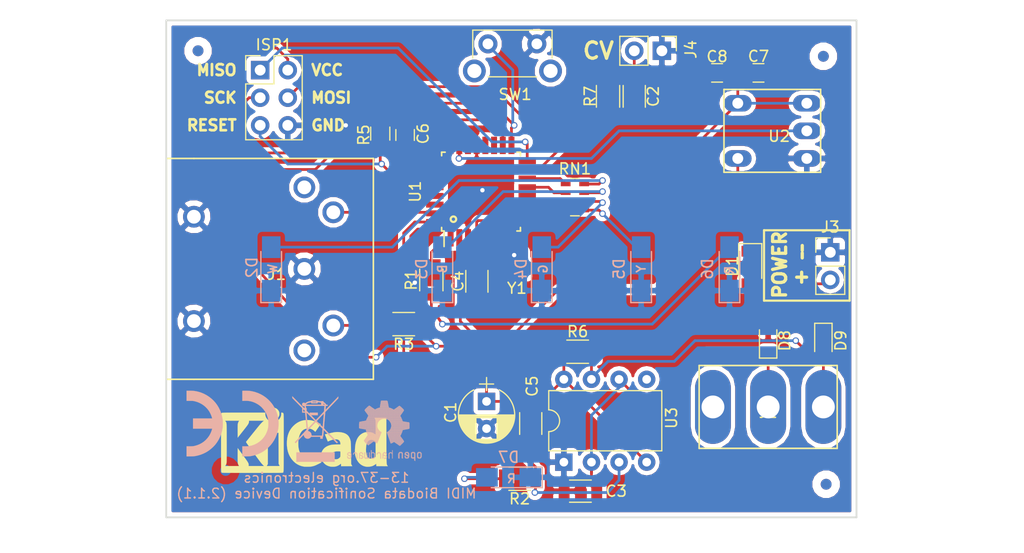
<source format=kicad_pcb>
(kicad_pcb (version 4) (host pcbnew 4.0.7-e2-6376~61~ubuntu18.04.1)
  (layers (0 F.Cu signal) (31 B.Cu signal) (34 B.Paste user) (35 F.Paste user) (36 B.SilkS user) (37 F.SilkS user hide) (38 B.Mask user hide) (39 F.Mask user hide) (44 Edge.Cuts user))
  (net 0 "")
  (net 1 VCC)
  (net 2 GND)
  (net 3 "Net-(C3-Pad2)")
  (net 4 "Net-(D2-Pad2)")
  (net 5 "Net-(D3-Pad2)")
  (net 6 "Net-(D4-Pad2)")
  (net 7 "Net-(D5-Pad2)")
  (net 8 "Net-(D6-Pad2)")
  (net 9 "Net-(D7-Pad2)")
  (net 10 555)
  (net 11 X1)
  (net 12 X2)
  (net 13 "Net-(U1-Pad23)")
  (net 14 "Net-(J1-Pad4)")
  (net 15 "Net-(J1-Pad5)")
  (net 16 MOSI)
  (net 17 SCK)
  (net 18 +5V)
  (net 19 MISO)
  (net 20 RESET)
  (net 21 "Net-(C2-Pad1)")
  (net 22 "Net-(D1-Pad2)")
  (net 23 LED_BLUE)
  (net 24 LED_YELLOW)
  (net 25 LED_WHITE)
  (net 26 LED_GREEN)
  (net 27 "Net-(D9-Pad2)")
  (net 28 "Net-(R1-Pad2)")
  (net 29 "Net-(J1-Pad1)")
  (net 30 "Net-(J1-Pad3)")
  (net 31 "Net-(U1-Pad2)")
  (net 32 "Net-(U1-Pad11)")
  (net 33 "Net-(U1-Pad12)")
  (net 34 "Net-(U1-Pad19)")
  (net 35 "Net-(U1-Pad20)")
  (net 36 "Net-(U1-Pad22)")
  (net 37 "Net-(U1-Pad24)")
  (net 38 "Net-(U1-Pad25)")
  (net 39 "Net-(U1-Pad26)")
  (net 40 "Net-(U1-Pad27)")
  (net 41 "Net-(U1-Pad28)")
  (net 42 "Net-(U1-Pad30)")
  (net 43 "Net-(U3-Pad5)")
  (module Housings_DIP:DIP-8_W7.62mm (layer F.Cu) (at 36.576 -5.207 90)
    (fp_text reference U3 (at 4.064 9.906 90) (layer F.SilkS))
    (fp_text value LMC555xM)
    (pad 1 thru_hole rect (at 0 0 90) (size 1.6 1.6) (drill 0.8) (layers *.Cu *.Mask) (net 2 GND))
    (pad 5 thru_hole oval (at 7.62 7.62 90) (size 1.6 1.6) (drill 0.8) (layers *.Cu *.Mask) (net 43 "Net-(U3-Pad5)"))
    (pad 2 thru_hole oval (at 0 2.54 90) (size 1.6 1.6) (drill 0.8) (layers *.Cu *.Mask) (net 3 "Net-(C3-Pad2)"))
    (pad 6 thru_hole oval (at 7.62 5.08 90) (size 1.6 1.6) (drill 0.8) (layers *.Cu *.Mask) (net 3 "Net-(C3-Pad2)"))
    (pad 3 thru_hole oval (at 0 5.08 90) (size 1.6 1.6) (drill 0.8) (layers *.Cu *.Mask) (net 10 555))
    (pad 7 thru_hole oval (at 7.62 2.54 90) (size 1.6 1.6) (drill 0.8) (layers *.Cu *.Mask) (net 27 "Net-(D9-Pad2)"))
    (pad 4 thru_hole oval (at 0 7.62 90) (size 1.6 1.6) (drill 0.8) (layers *.Cu *.Mask) (net 1 VCC))
    (pad 8 thru_hole oval (at 7.62 0 90) (size 1.6 1.6) (drill 0.8) (layers *.Cu *.Mask) (net 1 VCC))
  )
  (module Diodes_SMD:D_1206 (layer F.Cu) (at 53.721 -23.114 270)
    (fp_text reference D1 (at -0.127 1.651 270) (layer F.SilkS))
    (fp_text value D)
    (pad 1 smd rect (at -1.5 0 270) (size 1 1.6) (layers F.Cu F.Paste F.Mask) (net 18 +5V))
    (pad 2 smd rect (at 1.5 0 270) (size 1 1.6) (layers F.Cu F.Paste F.Mask) (net 22 "Net-(D1-Pad2)"))
  )
  (module LEDs:LED_1206_HandSoldering (layer B.Cu) (at 43.688 -22.987 90)
    (fp_text reference D5 (at 0 -2.032 90) (layer B.SilkS) (effects (justify mirror)))
    (fp_text value LED_YELLOW)
    (pad 1 smd rect (at -2 0 90) (size 2 1.7) (layers B.Cu B.Paste B.Mask) (net 2 GND))
    (pad 2 smd rect (at 2 0 90) (size 2 1.7) (layers B.Cu B.Paste B.Mask) (net 7 "Net-(D5-Pad2)"))
  )
  (module LEDs:LED_1206_HandSoldering (layer B.Cu) (at 25.4 -22.987 90)
    (fp_text reference D3 (at 0 -1.905 90) (layer B.SilkS) (effects (justify mirror)))
    (fp_text value LED_BLUE)
    (pad 1 smd rect (at -2 0 90) (size 2 1.7) (layers B.Cu B.Paste B.Mask) (net 2 GND))
    (pad 2 smd rect (at 2 0 90) (size 2 1.7) (layers B.Cu B.Paste B.Mask) (net 5 "Net-(D3-Pad2)"))
  )
  (module LEDs:LED_1206_HandSoldering (layer B.Cu) (at 9.652 -22.987 90)
    (fp_text reference D2 (at 0.127 -1.778 90) (layer B.SilkS) (effects (justify mirror)))
    (fp_text value LED_WHITE)
    (pad 1 smd rect (at -2 0 90) (size 2 1.7) (layers B.Cu B.Paste B.Mask) (net 2 GND))
    (pad 2 smd rect (at 2 0 90) (size 2 1.7) (layers B.Cu B.Paste B.Mask) (net 4 "Net-(D2-Pad2)"))
  )
  (module LEDs:LED_1206_HandSoldering (layer B.Cu) (at 51.816 -22.987 90)
    (fp_text reference D6 (at 0 -2.032 90) (layer B.SilkS) (effects (justify mirror)))
    (fp_text value LED_RED)
    (pad 1 smd rect (at -2 0 90) (size 2 1.7) (layers B.Cu B.Paste B.Mask) (net 2 GND))
    (pad 2 smd rect (at 2 0 90) (size 2 1.7) (layers B.Cu B.Paste B.Mask) (net 8 "Net-(D6-Pad2)"))
  )
  (module LEDs:LED_1206_HandSoldering (layer B.Cu) (at 34.544 -22.987 90)
    (fp_text reference D4 (at 0 -1.905 90) (layer B.SilkS) (effects (justify mirror)))
    (fp_text value LED_GREEN)
    (pad 1 smd rect (at -2 0 90) (size 2 1.7) (layers B.Cu B.Paste B.Mask) (net 2 GND))
    (pad 2 smd rect (at 2 0 90) (size 2 1.7) (layers B.Cu B.Paste B.Mask) (net 6 "Net-(D4-Pad2)"))
  )
  (module LEDs:LED_1206_HandSoldering (layer B.Cu) (at 31.496 -3.81 180)
    (fp_text reference D7 (at 0 1.85 180) (layer B.SilkS) (effects (justify mirror)))
    (fp_text value LED_RED)
    (pad 1 smd rect (at -2 0 180) (size 2 1.7) (layers B.Cu B.Paste B.Mask) (net 2 GND))
    (pad 2 smd rect (at 2 0 180) (size 2 1.7) (layers B.Cu B.Paste B.Mask) (net 9 "Net-(D7-Pad2)"))
  )
  (module Housings_QFP:TQFP-32_7x7mm_Pitch0.8mm (layer F.Cu) (at 28.956 -30.099 90)
    (fp_text reference U1 (at 0 -6.05 90) (layer F.SilkS))
    (fp_text value ATMEGA328P-AU)
    (pad 1 smd rect (at -4.25 -2.8 90) (size 1.6 0.55) (layers F.Cu F.Paste F.Mask) (net 28 "Net-(R1-Pad2)"))
    (pad 2 smd rect (at -4.25 -2 90) (size 1.6 0.55) (layers F.Cu F.Paste F.Mask) (net 31 "Net-(U1-Pad2)"))
    (pad 3 smd rect (at -4.25 -1.2 90) (size 1.6 0.55) (layers F.Cu F.Paste F.Mask) (net 2 GND))
    (pad 4 smd rect (at -4.25 -0.4 90) (size 1.6 0.55) (layers F.Cu F.Paste F.Mask) (net 1 VCC))
    (pad 5 smd rect (at -4.25 0.4 90) (size 1.6 0.55) (layers F.Cu F.Paste F.Mask) (net 2 GND))
    (pad 6 smd rect (at -4.25 1.2 90) (size 1.6 0.55) (layers F.Cu F.Paste F.Mask) (net 1 VCC))
    (pad 7 smd rect (at -4.25 2 90) (size 1.6 0.55) (layers F.Cu F.Paste F.Mask) (net 11 X1))
    (pad 8 smd rect (at -4.25 2.8 90) (size 1.6 0.55) (layers F.Cu F.Paste F.Mask) (net 12 X2))
    (pad 9 smd rect (at -2.8 4.25 180) (size 1.6 0.55) (layers F.Cu F.Paste F.Mask) (net 24 LED_YELLOW))
    (pad 10 smd rect (at -2 4.25 180) (size 1.6 0.55) (layers F.Cu F.Paste F.Mask) (net 26 LED_GREEN))
    (pad 11 smd rect (at -1.2 4.25 180) (size 1.6 0.55) (layers F.Cu F.Paste F.Mask) (net 32 "Net-(U1-Pad11)"))
    (pad 12 smd rect (at -0.4 4.25 180) (size 1.6 0.55) (layers F.Cu F.Paste F.Mask) (net 33 "Net-(U1-Pad12)"))
    (pad 13 smd rect (at 0.4 4.25 180) (size 1.6 0.55) (layers F.Cu F.Paste F.Mask) (net 23 LED_BLUE))
    (pad 14 smd rect (at 1.2 4.25 180) (size 1.6 0.55) (layers F.Cu F.Paste F.Mask) (net 25 LED_WHITE))
    (pad 15 smd rect (at 2 4.25 180) (size 1.6 0.55) (layers F.Cu F.Paste F.Mask) (net 16 MOSI))
    (pad 16 smd rect (at 2.8 4.25 180) (size 1.6 0.55) (layers F.Cu F.Paste F.Mask) (net 19 MISO))
    (pad 17 smd rect (at 4.25 2.8 90) (size 1.6 0.55) (layers F.Cu F.Paste F.Mask) (net 17 SCK))
    (pad 18 smd rect (at 4.25 2 90) (size 1.6 0.55) (layers F.Cu F.Paste F.Mask) (net 1 VCC))
    (pad 19 smd rect (at 4.25 1.2 90) (size 1.6 0.55) (layers F.Cu F.Paste F.Mask) (net 34 "Net-(U1-Pad19)"))
    (pad 20 smd rect (at 4.25 0.4 90) (size 1.6 0.55) (layers F.Cu F.Paste F.Mask) (net 35 "Net-(U1-Pad20)"))
    (pad 21 smd rect (at 4.25 -0.4 90) (size 1.6 0.55) (layers F.Cu F.Paste F.Mask) (net 2 GND))
    (pad 22 smd rect (at 4.25 -1.2 90) (size 1.6 0.55) (layers F.Cu F.Paste F.Mask) (net 36 "Net-(U1-Pad22)"))
    (pad 23 smd rect (at 4.25 -2 90) (size 1.6 0.55) (layers F.Cu F.Paste F.Mask) (net 13 "Net-(U1-Pad23)"))
    (pad 24 smd rect (at 4.25 -2.8 90) (size 1.6 0.55) (layers F.Cu F.Paste F.Mask) (net 37 "Net-(U1-Pad24)"))
    (pad 25 smd rect (at 2.8 -4.25 180) (size 1.6 0.55) (layers F.Cu F.Paste F.Mask) (net 38 "Net-(U1-Pad25)"))
    (pad 26 smd rect (at 2 -4.25 180) (size 1.6 0.55) (layers F.Cu F.Paste F.Mask) (net 39 "Net-(U1-Pad26)"))
    (pad 27 smd rect (at 1.2 -4.25 180) (size 1.6 0.55) (layers F.Cu F.Paste F.Mask) (net 40 "Net-(U1-Pad27)"))
    (pad 28 smd rect (at 0.4 -4.25 180) (size 1.6 0.55) (layers F.Cu F.Paste F.Mask) (net 41 "Net-(U1-Pad28)"))
    (pad 29 smd rect (at -0.4 -4.25 180) (size 1.6 0.55) (layers F.Cu F.Paste F.Mask) (net 20 RESET))
    (pad 30 smd rect (at -1.2 -4.25 180) (size 1.6 0.55) (layers F.Cu F.Paste F.Mask) (net 42 "Net-(U1-Pad30)"))
    (pad 31 smd rect (at -2 -4.25 180) (size 1.6 0.55) (layers F.Cu F.Paste F.Mask) (net 15 "Net-(J1-Pad5)"))
    (pad 32 smd rect (at -2.8 -4.25 180) (size 1.6 0.55) (layers F.Cu F.Paste F.Mask) (net 10 555))
  )
  (module Capacitors_ThroughHole:CP_Radial_D5.0mm_P2.50mm (layer F.Cu) (at 29.464 -10.795 270)
    (fp_text reference C5 (at -1.397 -4.191 270) (layer F.SilkS))
    (fp_text value 1µF)
    (pad 1 thru_hole rect (at 0 0 270) (size 1.6 1.6) (drill 0.8) (layers *.Cu *.Mask) (net 1 VCC))
    (pad 2 thru_hole circle (at 2.5 0 270) (size 1.6 1.6) (drill 0.8) (layers *.Cu *.Mask) (net 2 GND))
  )
  (module Pin_Headers:Pin_Header_Straight_2x03_Pitch2.54mm (layer F.Cu) (at 8.636 -41.275)
    (fp_text reference ISP1 (at 1.27 -2.33) (layer F.SilkS))
    (fp_text value AVR-ISP-6)
    (pad 1 thru_hole rect (at 0 0) (size 1.7 1.7) (drill 1) (layers *.Cu *.Mask) (net 19 MISO))
    (pad 2 thru_hole oval (at 2.54 0) (size 1.7 1.7) (drill 1) (layers *.Cu *.Mask) (net 1 VCC))
    (pad 3 thru_hole oval (at 0 2.54) (size 1.7 1.7) (drill 1) (layers *.Cu *.Mask) (net 17 SCK))
    (pad 4 thru_hole oval (at 2.54 2.54) (size 1.7 1.7) (drill 1) (layers *.Cu *.Mask) (net 16 MOSI))
    (pad 5 thru_hole oval (at 0 5.08) (size 1.7 1.7) (drill 1) (layers *.Cu *.Mask) (net 20 RESET))
    (pad 6 thru_hole oval (at 2.54 5.08) (size 1.7 1.7) (drill 1) (layers *.Cu *.Mask) (net 2 GND))
  )
  (module Buttons_Switches_ThroughHole:SW_Tactile_SPST_Angled (layer F.Cu) (at 29.591 -43.688)
    (fp_text reference SW1 (at 2.5 4.65) (layer F.SilkS))
    (fp_text value SW_Push)
    (pad "" thru_hole circle (at 5.76 2.49) (size 2.1 2.1) (drill 1.3) (layers *.Cu *.Mask))
    (pad 2 thru_hole circle (at 4.5 0) (size 1.75 1.75) (drill 0.99) (layers *.Cu *.Mask) (net 2 GND))
    (pad 1 thru_hole circle (at 0 0) (size 1.75 1.75) (drill 0.99) (layers *.Cu *.Mask) (net 17 SCK))
    (pad "" thru_hole circle (at -1.25 2.49) (size 2.1 2.1) (drill 1.3) (layers *.Cu *.Mask))
  )
  (module Resistors_SMD:R_Array_Concave_4x0603 (layer F.Cu) (at 37.592 -29.591)
    (fp_text reference RN1 (at 0 -2.6) (layer F.SilkS))
    (fp_text value R_Pack04)
    (pad 2 smd rect (at -0.85 -0.4) (size 0.9 0.4) (layers F.Cu F.Paste F.Mask) (net 23 LED_BLUE))
    (pad 3 smd rect (at -0.85 0.4) (size 0.9 0.4) (layers F.Cu F.Paste F.Mask) (net 26 LED_GREEN))
    (pad 1 smd rect (at -0.85 -1.2) (size 0.9 0.4) (layers F.Cu F.Paste F.Mask) (net 25 LED_WHITE))
    (pad 4 smd rect (at -0.85 1.2) (size 0.9 0.4) (layers F.Cu F.Paste F.Mask) (net 24 LED_YELLOW))
    (pad 8 smd rect (at 0.85 -1.2) (size 0.9 0.4) (layers F.Cu F.Paste F.Mask) (net 4 "Net-(D2-Pad2)"))
    (pad 7 smd rect (at 0.85 -0.4) (size 0.9 0.4) (layers F.Cu F.Paste F.Mask) (net 5 "Net-(D3-Pad2)"))
    (pad 6 smd rect (at 0.85 0.4) (size 0.9 0.4) (layers F.Cu F.Paste F.Mask) (net 6 "Net-(D4-Pad2)"))
    (pad 5 smd rect (at 0.85 1.2) (size 0.9 0.4) (layers F.Cu F.Paste F.Mask) (net 7 "Net-(D5-Pad2)"))
  )
  (module pot_switch:murata-cstce (layer F.Cu) (at 32.004 -22.987)
    (fp_text reference Y1 (at 0.254 1.778) (layer F.SilkS))
    (fp_text value Crystal_GND2)
    (pad 1 smd rect (at -0.95 0) (size 0.6 1.5) (layers F.Cu F.Paste F.Mask) (net 11 X1))
    (pad 3 smd rect (at 0.95 0) (size 0.6 1.5) (layers F.Cu F.Paste F.Mask) (net 12 X2))
    (pad 2 smd rect (at 0 0) (size 0.6 1.5) (layers F.Cu F.Paste F.Mask) (net 2 GND))
  )
  (module OPENHARDWARE:OSHWLOGO0.3IN (layer B.Cu) (at 23.876 -11.811 180)
    (fp_text reference G*** hide)
    (fp_text value LOGO hide)
  )
  (module Symbol:WEEE-Logo_4.2x6mm_SilkScreen (layer B.Cu) (at 13.716 -8.255 180)
    (fp_text reference REF** hide)
    (fp_text value WEEE-Logo_4.2x6mm_SilkScreen hide)
  )
  (module Symbol:CE-Logo_8.5x6mm_SilkScreen (layer B.Cu) (at 6.096 -8.763 180)
    (fp_text reference REF** hide)
    (fp_text value CE-Logo_8.5x6mm_SilkScreen hide)
  )
  (module Symbol:KiCad-Logo_6mm_SilkScreen (layer F.Cu) (at 12.7 -7.239)
    (fp_text reference REF** hide)
    (fp_text value KiCad-Logo_6mm_SilkScreen hide)
  )
  (module mono-jack:mono-jack (layer F.Cu) (at 55.372 -10.287)
    (fp_text reference J2 (at 0 0.5) (layer F.SilkS))
    (fp_text value Audio-Jack-2)
    (pad 1 thru_hole oval (at 5.08 0) (size 3.3 6.8) (drill 2.1) (layers *.Cu *.Mask) (net 27 "Net-(D9-Pad2)"))
    (pad 3 thru_hole oval (at -5.08 0) (size 3.3 6.8) (drill 2.1) (layers *.Cu *.Mask))
    (pad 2 thru_hole oval (at 0 0) (size 3.3 6.8) (drill 2.1) (layers *.Cu *.Mask) (net 3 "Net-(C3-Pad2)"))
  )
  (module Pin_Headers:Pin_Header_Straight_1x02_Pitch2.54mm (layer F.Cu) (at 61.087 -24.511)
    (fp_text reference J3 (at 0 -2.33) (layer F.SilkS))
    (fp_text value Conn_01x02)
    (pad 1 thru_hole rect (at 0 0) (size 1.7 1.7) (drill 1) (layers *.Cu *.Mask) (net 2 GND))
    (pad 2 thru_hole oval (at 0 2.54) (size 1.7 1.7) (drill 1) (layers *.Cu *.Mask) (net 22 "Net-(D1-Pad2)"))
  )
  (module Pin_Headers:Pin_Header_Straight_1x02_Pitch2.54mm (layer F.Cu) (at 45.593 -43.053 270)
    (fp_text reference J4 (at -0.127 -2.667 270) (layer F.SilkS))
    (fp_text value Conn_01x02)
    (pad 1 thru_hole rect (at 0 0 270) (size 1.7 1.7) (drill 1) (layers *.Cu *.Mask) (net 2 GND))
    (pad 2 thru_hole oval (at 0 2.54 270) (size 1.7 1.7) (drill 1) (layers *.Cu *.Mask) (net 21 "Net-(C2-Pad1)"))
  )
  (module pot_switch:POT_SWITCH (layer F.Cu) (at 56.388 -35.687)
    (fp_text reference U2 (at 0 0.5) (layer F.SilkS))
    (fp_text value POT_SWITCH)
    (pad 4 thru_hole oval (at -3.81 -2.54) (size 2.54 1.524) (drill 1) (layers *.Cu *.Mask) (net 1 VCC))
    (pad 5 thru_hole oval (at -3.81 2.54) (size 2.54 1.524) (drill 1) (layers *.Cu *.Mask) (net 18 +5V))
    (pad 1 thru_hole oval (at 2.54 -2.54) (size 2.54 1.524) (drill 1) (layers *.Cu *.Mask) (net 1 VCC))
    (pad 2 thru_hole oval (at 2.54 0) (size 2.54 1.524) (drill 1) (layers *.Cu *.Mask) (net 13 "Net-(U1-Pad23)"))
    (pad 3 thru_hole oval (at 2.54 2.54) (size 2.54 1.524) (drill 1) (layers *.Cu *.Mask) (net 2 GND))
  )
  (module Capacitors_SMD:C_1206 (layer F.Cu) (at 33.528 -8.763 90)
    (fp_text reference C1 (at 1.016 -7.366 90) (layer F.SilkS))
    (fp_text value 100nF)
    (pad 1 smd rect (at -1.5 0 90) (size 1 1.6) (layers F.Cu F.Paste F.Mask) (net 2 GND))
    (pad 2 smd rect (at 1.5 0 90) (size 1 1.6) (layers F.Cu F.Paste F.Mask) (net 1 VCC))
  )
  (module Capacitors_SMD:C_1206 (layer F.Cu) (at 43.053 -38.862 270)
    (fp_text reference C2 (at 0 -1.75 270) (layer F.SilkS))
    (fp_text value 100nF)
    (pad 1 smd rect (at -1.5 0 270) (size 1 1.6) (layers F.Cu F.Paste F.Mask) (net 21 "Net-(C2-Pad1)"))
    (pad 2 smd rect (at 1.5 0 270) (size 1 1.6) (layers F.Cu F.Paste F.Mask) (net 2 GND))
  )
  (module Capacitors_SMD:C_1206 (layer F.Cu) (at 38.1 -2.54)
    (fp_text reference C3 (at 3.302 0) (layer F.SilkS))
    (fp_text value 4,7nF)
    (pad 1 smd rect (at -1.5 0) (size 1 1.6) (layers F.Cu F.Paste F.Mask) (net 2 GND))
    (pad 2 smd rect (at 1.5 0) (size 1 1.6) (layers F.Cu F.Paste F.Mask) (net 3 "Net-(C3-Pad2)"))
  )
  (module Capacitors_SMD:C_1206 (layer F.Cu) (at 28.575 -21.844 90)
    (fp_text reference C4 (at 0 -1.75 90) (layer F.SilkS))
    (fp_text value 100nF)
    (pad 1 smd rect (at -1.5 0 90) (size 1 1.6) (layers F.Cu F.Paste F.Mask) (net 2 GND))
    (pad 2 smd rect (at 1.5 0 90) (size 1 1.6) (layers F.Cu F.Paste F.Mask) (net 1 VCC))
  )
  (module Resistors_SMD:R_1206 (layer F.Cu) (at 24.384 -21.971 90)
    (fp_text reference R1 (at 0 -1.85 90) (layer F.SilkS))
    (fp_text value 220R)
    (pad 1 smd rect (at -1.45 0 90) (size 0.9 1.7) (layers F.Cu F.Paste F.Mask) (net 8 "Net-(D6-Pad2)"))
    (pad 2 smd rect (at 1.45 0 90) (size 0.9 1.7) (layers F.Cu F.Paste F.Mask) (net 28 "Net-(R1-Pad2)"))
  )
  (module Resistors_SMD:R_1206 (layer F.Cu) (at 32.512 -3.683 180)
    (fp_text reference R2 (at 0 -1.85 180) (layer F.SilkS))
    (fp_text value 220R)
    (pad 1 smd rect (at -1.45 0 180) (size 0.9 1.7) (layers F.Cu F.Paste F.Mask) (net 10 555))
    (pad 2 smd rect (at 1.45 0 180) (size 0.9 1.7) (layers F.Cu F.Paste F.Mask) (net 9 "Net-(D7-Pad2)"))
  )
  (module Resistors_SMD:R_1206 (layer F.Cu) (at 21.844 -17.907 180)
    (fp_text reference R3 (at 0 -1.85 180) (layer F.SilkS))
    (fp_text value 220R)
    (pad 1 smd rect (at -1.45 0 180) (size 0.9 1.7) (layers F.Cu F.Paste F.Mask) (net 1 VCC))
    (pad 2 smd rect (at 1.45 0 180) (size 0.9 1.7) (layers F.Cu F.Paste F.Mask) (net 14 "Net-(J1-Pad4)"))
  )
  (module Resistors_SMD:R_1206 (layer F.Cu) (at 37.846 -15.367)
    (fp_text reference R6 (at 0 -1.85) (layer F.SilkS))
    (fp_text value 100K)
    (pad 1 smd rect (at -1.45 0) (size 0.9 1.7) (layers F.Cu F.Paste F.Mask) (net 1 VCC))
    (pad 2 smd rect (at 1.45 0) (size 0.9 1.7) (layers F.Cu F.Paste F.Mask) (net 27 "Net-(D9-Pad2)"))
  )
  (module Resistors_SMD:R_1206 (layer F.Cu) (at 40.64 -38.862 270)
    (fp_text reference R7 (at 0 1.651 270) (layer F.SilkS))
    (fp_text value 3,9K)
    (pad 1 smd rect (at -1.45 0 270) (size 0.9 1.7) (layers F.Cu F.Paste F.Mask) (net 21 "Net-(C2-Pad1)"))
    (pad 2 smd rect (at 1.45 0 270) (size 0.9 1.7) (layers F.Cu F.Paste F.Mask) (net 16 MOSI))
  )
  (module Diodes_SMD:D_0805 (layer F.Cu) (at 55.372 -16.383 90)
    (fp_text reference D8 (at 0 1.524 90) (layer F.SilkS))
    (fp_text value D_TVS)
    (pad 1 smd rect (at -1.05 0 90) (size 0.8 0.9) (layers F.Cu F.Paste F.Mask) (net 3 "Net-(C3-Pad2)"))
    (pad 2 smd rect (at 1.05 0 90) (size 0.8 0.9) (layers F.Cu F.Paste F.Mask) (net 2 GND))
  )
  (module Diodes_SMD:D_0805 (layer F.Cu) (at 60.452 -16.383 270)
    (fp_text reference D9 (at 0 -1.6 270) (layer F.SilkS))
    (fp_text value D_TVS)
    (pad 1 smd rect (at -1.05 0 270) (size 0.8 0.9) (layers F.Cu F.Paste F.Mask) (net 2 GND))
    (pad 2 smd rect (at 1.05 0 270) (size 0.8 0.9) (layers F.Cu F.Paste F.Mask) (net 27 "Net-(D9-Pad2)"))
  )
  (module Resistors_SMD:R_0805 (layer F.Cu) (at 19.685 -35.433 270)
    (fp_text reference R5 (at 0.127 1.524 270) (layer F.SilkS))
    (fp_text value 10K)
    (pad 1 smd rect (at -0.95 0 270) (size 0.7 1.3) (layers F.Cu F.Paste F.Mask) (net 1 VCC))
    (pad 2 smd rect (at 0.95 0 270) (size 0.7 1.3) (layers F.Cu F.Paste F.Mask) (net 20 RESET))
  )
  (module Capacitors_SMD:C_0805 (layer F.Cu) (at 54.483 -41.021 180)
    (fp_text reference C7 (at 0 1.524 180) (layer F.SilkS))
    (fp_text value 100nF)
    (pad 1 smd rect (at -1 0 180) (size 1 1.25) (layers F.Cu F.Paste F.Mask) (net 2 GND))
    (pad 2 smd rect (at 1 0 180) (size 1 1.25) (layers F.Cu F.Paste F.Mask) (net 1 VCC))
  )
  (module Capacitors_SMD:C_0805 (layer F.Cu) (at 50.673 -41.021)
    (fp_text reference C8 (at 0 -1.5) (layer F.SilkS))
    (fp_text value 1uF)
    (pad 1 smd rect (at -1 0) (size 1 1.25) (layers F.Cu F.Paste F.Mask) (net 2 GND))
    (pad 2 smd rect (at 1 0) (size 1 1.25) (layers F.Cu F.Paste F.Mask) (net 1 VCC))
  )
  (module Capacitors_SMD:C_0805 (layer F.Cu) (at 21.971 -35.306 90)
    (fp_text reference C6 (at 0.127 1.651 90) (layer F.SilkS))
    (fp_text value 100nF)
    (pad 1 smd rect (at -1 0 90) (size 1 1.25) (layers F.Cu F.Paste F.Mask) (net 2 GND))
    (pad 2 smd rect (at 1 0 90) (size 1 1.25) (layers F.Cu F.Paste F.Mask) (net 1 VCC))
  )
  (module midi-jack:DIN-5-MIDI-JACK (layer F.Cu) (at 10.16 -22.987)
    (fp_text reference J1 (at 0 0.5) (layer F.SilkS))
    (fp_text value DIN-5_180degree)
    (pad 2 thru_hole circle (at -7.62 -4.8) (size 2 2) (drill 1.27) (layers *.Cu *.Mask) (net 2 GND))
    (pad 5 thru_hole circle (at 5.207 -5.207) (size 2 2) (drill 1.27) (layers *.Cu *.Mask) (net 15 "Net-(J1-Pad5)"))
    (pad 4 thru_hole circle (at 5.207 5.207) (size 2 2) (drill 1.27) (layers *.Cu *.Mask) (net 14 "Net-(J1-Pad4)"))
    (pad 1 thru_hole circle (at 2.54 7.5) (size 2 2) (drill 1.27) (layers *.Cu *.Mask) (net 29 "Net-(J1-Pad1)"))
    (pad 2 thru_hole circle (at 2.54 0) (size 2 2) (drill 1.27) (layers *.Cu *.Mask) (net 2 GND))
    (pad 3 thru_hole circle (at 2.54 -7.5) (size 2 2) (drill 1.27) (layers *.Cu *.Mask) (net 30 "Net-(J1-Pad3)"))
    (pad 2 thru_hole circle (at -7.62 4.8) (size 2 2) (drill 1.27) (layers *.Cu *.Mask) (net 2 GND))
  )
  (module Fiducials:Fiducial_1mm_Dia_2.54mm_Outer_CopperBottom (layer F.Cu) (at 5.461 -4.445)
    (fp_text reference "" (at -12.7 2.032) (layer F.SilkS))
    (fp_text value Fiducial_1mm_Dia_2.54mm_Outer_CopperBottom)
    (pad ~ smd circle (at 0 0) (size 1 1) (layers B.Cu B.Mask) (clearance 0.77))
  )
  (module Fiducials:Fiducial_1mm_Dia_2.54mm_Outer_CopperBottom (layer F.Cu) (at 2.921 -43.053)
    (fp_text reference "" (at 2.54 -3.937) (layer F.SilkS))
    (fp_text value Fiducial_1mm_Dia_2.54mm_Outer_CopperBottom)
    (pad ~ smd circle (at 0 0) (size 1 1) (layers B.Cu B.Mask) (clearance 0.77))
  )
  (module Fiducials:Fiducial_1mm_Dia_2.54mm_Outer_CopperBottom (layer F.Cu) (at 60.452 -42.545)
    (fp_text reference "" (at 5.08 0.508) (layer F.SilkS))
    (fp_text value Fiducial_1mm_Dia_2.54mm_Outer_CopperBottom)
    (pad ~ smd circle (at 0 0) (size 1 1) (layers B.Cu B.Mask) (clearance 0.77))
  )
  (module Fiducials:Fiducial_1mm_Dia_2.54mm_Outer_CopperBottom (layer F.Cu) (at 60.706 -3.175)
    (fp_text reference "" (at 9.144 1.778) (layer F.SilkS))
    (fp_text value Fiducial_1mm_Dia_2.54mm_Outer_CopperBottom)
    (pad ~ smd circle (at 0 0) (size 1 1) (layers B.Cu B.Mask) (clearance 0.77))
  )
  (module Fiducials:Fiducial_1mm_Dia_2.54mm_Outer_CopperTop (layer F.Cu) (at 2.921 -43.053)
    (fp_text reference "" (at -0.762 -3.937) (layer F.SilkS))
    (fp_text value Fiducial_1mm_Dia_2.54mm_Outer_CopperTop)
    (pad ~ smd circle (at 0 0) (size 1 1) (layers F.Cu F.Mask) (clearance 0.77))
  )
  (module Fiducials:Fiducial_1mm_Dia_2.54mm_Outer_CopperTop (layer F.Cu) (at 2.921 -2.667)
    (fp_text reference "" (at -10.922 4.953) (layer F.SilkS))
    (fp_text value Fiducial_1mm_Dia_2.54mm_Outer_CopperTop)
    (pad ~ smd circle (at 0 0) (size 1 1) (layers F.Cu F.Mask) (clearance 0.77))
  )
  (module Fiducials:Fiducial_1mm_Dia_2.54mm_Outer_CopperTop (layer F.Cu) (at 60.706 -3.175)
    (fp_text reference "" (at 8.763 0.254) (layer F.SilkS))
    (fp_text value Fiducial_1mm_Dia_2.54mm_Outer_CopperTop)
    (pad ~ smd circle (at 0 0) (size 1 1) (layers F.Cu F.Mask) (clearance 0.77))
  )
  (module Fiducials:Fiducial_1mm_Dia_2.54mm_Outer_CopperTop (layer F.Cu) (at 60.452 -42.545)
    (fp_text reference "" (at 5.461 1.651) (layer F.SilkS))
    (fp_text value Fiducial_1mm_Dia_2.54mm_Outer_CopperTop)
    (pad ~ smd circle (at 0 0) (size 1 1) (layers F.Cu F.Mask) (clearance 0.77))
  )
  (gr_text "POWER\n+ ––" (at 57.404 -23.368 90) (layer F.SilkS) (effects (font (size 1.2 1.2) (thickness 0.3))))
  (gr_text R (at 31.75 -3.683) (layer B.SilkS) (effects (font (size 0.8 0.8)) (justify mirror)))
  (gr_text W (at 9.779 -22.987 90) (layer B.SilkS) (effects (font (size 0.8 0.8)) (justify mirror)))
  (gr_text B (at 25.4 -22.987 90) (layer B.SilkS) (effects (font (size 0.8 0.8)) (justify mirror)))
  (gr_text G (at 34.671 -22.987 90) (layer B.SilkS) (effects (font (size 0.8 0.8)) (justify mirror)))
  (gr_text Y (at 43.688 -22.987 90) (layer B.SilkS) (effects (font (size 0.8 0.8)) (justify mirror)))
  (gr_text R (at 51.816 -22.86 90) (layer B.SilkS) (effects (font (size 0.8 0.8)) (justify mirror)))
  (gr_circle (center 26.416 -27.559) (end 26.416 -27.305) (layer F.SilkS) (width 0.2))
  (gr_text CV (at 39.751 -43.053) (layer F.SilkS) (effects (font (size 1.5 1.5) (thickness 0.3))))
  (gr_line (start 54.991 -20.066) (end 54.991 -26.543) (angle 90) (layer F.SilkS) (width 0.2))
  (gr_line (start 62.865 -20.066) (end 54.991 -20.066) (angle 90) (layer F.SilkS) (width 0.2))
  (gr_line (start 62.865 -26.543) (end 62.865 -20.066) (angle 90) (layer F.SilkS) (width 0.2))
  (gr_line (start 54.991 -26.543) (end 62.865 -26.543) (angle 90) (layer F.SilkS) (width 0.2))
  (gr_text VCC (at 13.208 -41.275) (layer F.SilkS) (effects (font (size 1 1) (thickness 0.25)) (justify left)))
  (gr_text MOSI (at 13.208 -38.735) (layer F.SilkS) (effects (font (size 1 1) (thickness 0.25)) (justify left)))
  (gr_text GND (at 13.208 -36.195) (layer F.SilkS) (effects (font (size 1 1) (thickness 0.25)) (justify left)))
  (gr_text "RESET\n" (at 6.604 -36.195) (layer F.SilkS) (effects (font (size 1 1) (thickness 0.25)) (justify right)))
  (gr_text SCK (at 6.604 -38.735) (layer F.SilkS) (effects (font (size 1 1) (thickness 0.25)) (justify right)))
  (gr_text MISO (at 6.604 -41.275) (layer F.SilkS) (effects (font (size 1 1) (thickness 0.25)) (justify right)))
  (gr_text "13-37.org electronics\nMIDI Biodata Sonification Device (2.1.1)" (at 14.732 -3.048) (layer B.SilkS) (effects (font (size 0.9 0.9) (thickness 0.125)) (justify mirror)))
  (gr_line (start 0 -0.127) (end 0 -45.847) (angle 90) (layer Edge.Cuts) (width 0.15))
  (gr_line (start 63.5 -0.127) (end 0 -0.127) (angle 90) (layer Edge.Cuts) (width 0.15))
  (gr_line (start 63.5 -0.127) (end 63.5 -45.847) (angle 90) (layer Edge.Cuts) (width 0.15))
  (gr_line (start 63.5 -45.847) (end 0 -45.847) (angle 90) (layer Edge.Cuts) (width 0.15))
  (segment (start 51.673 -41.021) (end 52.578 -40.116) (width 0.25) (layer F.Cu) (net 1))
  (segment (start 52.578 -40.116) (end 52.689 -40.116) (width 0.25) (layer F.Cu) (net 1))
  (segment (start 52.689 -40.116) (end 52.705 -40.132) (width 0.25) (layer F.Cu) (net 1))
  (segment (start 52.705 -40.132) (end 52.705 -40.243) (width 0.25) (layer F.Cu) (net 1))
  (segment (start 52.578 -38.227) (end 52.578 -40.116) (width 0.25) (layer F.Cu) (net 1))
  (segment (start 52.578 -40.116) (end 52.705 -40.243) (width 0.25) (layer F.Cu) (net 1))
  (segment (start 52.705 -40.243) (end 53.483 -41.021) (width 0.25) (layer F.Cu) (net 1))
  (segment (start 29.464 -10.795) (end 29.464 -15.875) (width 0.25) (layer F.Cu) (net 1))
  (segment (start 36.576 -12.827) (end 36.576 -15.187) (width 0.25) (layer F.Cu) (net 1))
  (segment (start 36.576 -15.187) (end 36.396 -15.367) (width 0.25) (layer F.Cu) (net 1))
  (segment (start 29.337 -15.875) (end 29.464 -15.875) (width 0.25) (layer F.Cu) (net 1))
  (segment (start 29.464 -15.875) (end 30.861 -15.875) (width 0.25) (layer F.Cu) (net 1))
  (segment (start 48.641 -24.638) (end 48.641 -34.29) (width 0.25) (layer F.Cu) (net 1))
  (segment (start 45.085 -21.082) (end 48.641 -24.638) (width 0.25) (layer F.Cu) (net 1))
  (segment (start 36.068 -21.082) (end 45.085 -21.082) (width 0.25) (layer F.Cu) (net 1))
  (segment (start 31.242 -16.256) (end 36.068 -21.082) (width 0.25) (layer F.Cu) (net 1))
  (segment (start 48.641 -34.29) (end 52.578 -38.227) (width 0.25) (layer F.Cu) (net 1))
  (segment (start 30.861 -15.875) (end 31.242 -16.256) (width 0.25) (layer F.Cu) (net 1))
  (segment (start 52.578 -38.227) (end 52.324 -38.227) (width 0.25) (layer F.Cu) (net 1))
  (segment (start 36.576 -12.827) (end 44.196 -5.207) (width 0.25) (layer F.Cu) (net 1))
  (segment (start 33.528 -10.771) (end 34.52 -10.771) (width 0.25) (layer F.Cu) (net 1))
  (segment (start 34.52 -10.771) (end 36.576 -12.827) (width 0.25) (layer F.Cu) (net 1))
  (segment (start 29.464 -10.795) (end 33.504 -10.795) (width 0.25) (layer F.Cu) (net 1))
  (segment (start 33.504 -10.795) (end 33.528 -10.771) (width 0.25) (layer F.Cu) (net 1))
  (segment (start 28.575 -23.344) (end 27.535 -23.344) (width 0.25) (layer F.Cu) (net 1))
  (segment (start 27.051 -18.161) (end 29.337 -15.875) (width 0.25) (layer F.Cu) (net 1))
  (segment (start 27.051 -22.86) (end 27.051 -18.161) (width 0.25) (layer F.Cu) (net 1))
  (segment (start 27.535 -23.344) (end 27.051 -22.86) (width 0.25) (layer F.Cu) (net 1))
  (segment (start 28.556 -25.849) (end 28.556 -27.286) (width 0.25) (layer F.Cu) (net 1))
  (segment (start 30.156 -27.375) (end 30.156 -25.849) (width 0.25) (layer F.Cu) (net 1))
  (segment (start 30.099 -27.432) (end 30.156 -27.375) (width 0.25) (layer F.Cu) (net 1))
  (segment (start 28.702 -27.432) (end 30.099 -27.432) (width 0.25) (layer F.Cu) (net 1))
  (segment (start 28.556 -27.286) (end 28.702 -27.432) (width 0.25) (layer F.Cu) (net 1))
  (segment (start 28.556 -25.849) (end 28.556 -23.363) (width 0.25) (layer F.Cu) (net 1))
  (segment (start 28.556 -23.363) (end 28.575 -23.344) (width 0.25) (layer F.Cu) (net 1))
  (segment (start 21.844 -36.179) (end 21.844 -36.195) (width 0.25) (layer F.Cu) (net 1))
  (segment (start 21.844 -36.195) (end 22.352 -36.703) (width 0.25) (layer F.Cu) (net 1))
  (segment (start 23.294 -17.907) (end 23.294 -17.407) (width 0.25) (layer F.Cu) (net 1))
  (segment (start 23.294 -17.407) (end 24.826 -15.875) (width 0.25) (layer F.Cu) (net 1))
  (segment (start 5.08 -32.131) (end 13.716 -32.131) (width 0.25) (layer F.Cu) (net 1))
  (segment (start 18.288 -36.703) (end 19.238 -36.703) (width 0.25) (layer F.Cu) (net 1))
  (segment (start 17.272 -35.687) (end 18.288 -36.703) (width 0.25) (layer F.Cu) (net 1))
  (segment (start 13.716 -32.131) (end 17.272 -35.687) (width 0.25) (layer F.Cu) (net 1))
  (segment (start 19.238 -36.703) (end 19.254 -36.687) (width 0.25) (layer F.Cu) (net 1))
  (segment (start 19.254 -36.687) (end 26.4 -36.687) (width 0.25) (layer F.Cu) (net 1))
  (segment (start 26.4 -36.687) (end 26.416 -36.703) (width 0.25) (layer F.Cu) (net 1))
  (segment (start 26.416 -36.703) (end 29.972 -36.703) (width 0.25) (layer F.Cu) (net 1))
  (segment (start 29.972 -36.703) (end 30.956 -35.719) (width 0.25) (layer F.Cu) (net 1))
  (segment (start 30.956 -35.719) (end 30.956 -34.349) (width 0.25) (layer F.Cu) (net 1))
  (via (at 24.826 -15.875) (size 0.6) (drill 0.4) (layers F.Cu B.Cu) (net 1))
  (segment (start 11.176 -42.291) (end 10.16 -43.307) (width 0.25) (layer F.Cu) (net 1))
  (segment (start 10.16 -43.307) (end 6.096 -43.307) (width 0.25) (layer F.Cu) (net 1))
  (segment (start 6.096 -43.307) (end 5.08 -42.291) (width 0.25) (layer F.Cu) (net 1))
  (segment (start 20.32 -15.875) (end 24.892 -15.875) (width 0.25) (layer B.Cu) (net 1))
  (segment (start 11.176 -41.275) (end 11.176 -42.291) (width 0.25) (layer F.Cu) (net 1))
  (segment (start 24.826 -15.875) (end 24.892 -15.875) (width 0.25) (layer B.Cu) (net 1))
  (segment (start 29.337 -15.875) (end 28.448 -15.875) (width 0.25) (layer F.Cu) (net 1))
  (segment (start 28.448 -15.875) (end 24.826 -15.875) (width 0.25) (layer F.Cu) (net 1))
  (segment (start 52.578 -38.227) (end 58.928 -38.227) (width 0.25) (layer B.Cu) (net 1))
  (segment (start 5.08 -42.291) (end 5.08 -32.639) (width 0.25) (layer F.Cu) (net 1))
  (segment (start 5.08 -32.639) (end 5.08 -32.131) (width 0.25) (layer F.Cu) (net 1))
  (segment (start 5.08 -32.131) (end 5.08 -31.623) (width 0.25) (layer F.Cu) (net 1))
  (segment (start 5.08 -31.623) (end 5.08 -26.543) (width 0.25) (layer F.Cu) (net 1))
  (segment (start 5.08 -26.543) (end 15.748 -14.859) (width 0.25) (layer F.Cu) (net 1))
  (segment (start 15.748 -14.859) (end 19.304 -14.859) (width 0.25) (layer F.Cu) (net 1))
  (via (at 19.304 -14.859) (size 0.6) (drill 0.4) (layers F.Cu B.Cu) (net 1))
  (segment (start 19.304 -14.859) (end 20.32 -15.875) (width 0.25) (layer B.Cu) (net 1))
  (segment (start 25.4 -20.987) (end 23.59 -20.987) (width 0.25) (layer B.Cu) (net 2))
  (via (at 22.86 -21.717) (size 0.6) (drill 0.4) (layers F.Cu B.Cu) (net 2))
  (segment (start 23.59 -20.987) (end 22.86 -21.717) (width 0.25) (layer B.Cu) (net 2))
  (segment (start 28.556 -34.349) (end 28.556 -30.753) (width 0.25) (layer F.Cu) (net 2))
  (via (at 29.083 -30.226) (size 0.6) (drill 0.4) (layers F.Cu B.Cu) (net 2))
  (segment (start 28.556 -30.753) (end 29.083 -30.226) (width 0.25) (layer F.Cu) (net 2))
  (segment (start 11.176 -36.195) (end 16.51 -36.195) (width 0.25) (layer B.Cu) (net 2))
  (via (at 16.51 -36.195) (size 0.6) (drill 0.4) (layers F.Cu B.Cu) (net 2))
  (segment (start 32.004 -22.987) (end 32.004 -24.257) (width 0.25) (layer F.Cu) (net 2))
  (via (at 32.004 -24.257) (size 0.6) (drill 0.4) (layers F.Cu B.Cu) (net 2))
  (segment (start 41.656 -12.827) (end 41.656 -12.065) (width 0.25) (layer B.Cu) (net 3))
  (segment (start 41.656 -12.065) (end 39.116 -9.525) (width 0.25) (layer B.Cu) (net 3))
  (segment (start 39.116 -9.525) (end 39.116 -5.207) (width 0.25) (layer B.Cu) (net 3))
  (segment (start 39.116 -5.207) (end 39.116 -3.024) (width 0.25) (layer F.Cu) (net 3))
  (segment (start 39.116 -3.024) (end 39.6 -2.54) (width 0.25) (layer F.Cu) (net 3))
  (segment (start 41.656 -12.827) (end 43.688 -10.795) (width 0.25) (layer F.Cu) (net 3))
  (segment (start 49.623 -15.333) (end 55.372 -15.333) (width 0.25) (layer F.Cu) (net 3))
  (segment (start 45.085 -10.795) (end 49.623 -15.333) (width 0.25) (layer F.Cu) (net 3))
  (segment (start 43.688 -10.795) (end 45.085 -10.795) (width 0.25) (layer F.Cu) (net 3))
  (segment (start 39.116 -5.207) (end 39.116 -4.191) (width 0.25) (layer F.Cu) (net 3))
  (segment (start 55.372 -14.925) (end 55.372 -10.287) (width 0.25) (layer F.Cu) (net 3))
  (segment (start 16.764 -24.987) (end 9.652 -24.987) (width 0.25) (layer B.Cu) (net 4))
  (segment (start 16.764 -24.987) (end 16.764 -24.987) (width 0.25) (layer B.Cu) (net 4))
  (segment (start 16.764 -24.987) (end 20.796 -24.987) (width 0.25) (layer B.Cu) (net 4))
  (segment (start 39.808 -30.791) (end 38.442 -30.791) (width 0.25) (layer F.Cu) (net 4))
  (segment (start 40.132 -31.115) (end 39.808 -30.791) (width 0.25) (layer F.Cu) (net 4))
  (via (at 40.132 -31.115) (size 0.6) (drill 0.4) (layers F.Cu B.Cu) (net 4))
  (segment (start 26.924 -31.115) (end 40.132 -31.115) (width 0.25) (layer B.Cu) (net 4))
  (segment (start 20.796 -24.987) (end 26.924 -31.115) (width 0.25) (layer B.Cu) (net 4))
  (segment (start 38.792 -30.791) (end 38.442 -30.791) (width 0.25) (layer F.Cu) (net 4))
  (segment (start 25.4 -24.987) (end 25.876 -24.987) (width 0.25) (layer B.Cu) (net 5))
  (segment (start 25.876 -24.987) (end 30.988 -30.099) (width 0.25) (layer B.Cu) (net 5))
  (segment (start 40.024 -29.991) (end 38.442 -29.991) (width 0.25) (layer F.Cu) (net 5))
  (segment (start 40.132 -30.099) (end 40.024 -29.991) (width 0.25) (layer F.Cu) (net 5))
  (via (at 40.132 -30.099) (size 0.6) (drill 0.4) (layers F.Cu B.Cu) (net 5))
  (segment (start 30.988 -30.099) (end 40.132 -30.099) (width 0.25) (layer B.Cu) (net 5))
  (segment (start 25.4 -24.987) (end 25.4 -25.527) (width 0.25) (layer B.Cu) (net 5))
  (segment (start 34.544 -24.987) (end 36.036 -24.987) (width 0.25) (layer B.Cu) (net 6))
  (segment (start 40.024 -29.191) (end 38.442 -29.191) (width 0.25) (layer F.Cu) (net 6))
  (segment (start 40.132 -29.083) (end 40.024 -29.191) (width 0.25) (layer F.Cu) (net 6))
  (via (at 40.132 -29.083) (size 0.6) (drill 0.4) (layers F.Cu B.Cu) (net 6))
  (segment (start 36.036 -24.987) (end 40.132 -29.083) (width 0.25) (layer B.Cu) (net 6))
  (segment (start 34.544 -24.987) (end 34.544 -25.527) (width 0.25) (layer B.Cu) (net 6))
  (segment (start 43.688 -24.987) (end 43.212 -24.987) (width 0.25) (layer B.Cu) (net 7))
  (segment (start 43.212 -24.987) (end 40.132 -28.067) (width 0.25) (layer B.Cu) (net 7))
  (via (at 40.132 -28.067) (size 0.6) (drill 0.4) (layers F.Cu B.Cu) (net 7))
  (segment (start 40.132 -28.067) (end 39.808 -28.391) (width 0.25) (layer F.Cu) (net 7))
  (segment (start 39.808 -28.391) (end 38.442 -28.391) (width 0.25) (layer F.Cu) (net 7))
  (segment (start 24.384 -20.521) (end 24.384 -19.431) (width 0.25) (layer F.Cu) (net 8))
  (segment (start 44.704 -17.907) (end 51.784 -24.987) (width 0.25) (layer B.Cu) (net 8))
  (segment (start 25.4 -17.907) (end 44.704 -17.907) (width 0.25) (layer B.Cu) (net 8))
  (via (at 25.4 -17.907) (size 0.6) (drill 0.4) (layers F.Cu B.Cu) (net 8))
  (segment (start 24.384 -19.431) (end 25.4 -17.907) (width 0.25) (layer F.Cu) (net 8))
  (segment (start 51.784 -24.987) (end 51.816 -24.987) (width 0.25) (layer B.Cu) (net 8))
  (segment (start 31.062 -3.683) (end 27.432 -3.683) (width 0.25) (layer F.Cu) (net 9))
  (segment (start 27.559 -3.81) (end 29.496 -3.81) (width 0.25) (layer B.Cu) (net 9))
  (segment (start 27.432 -3.683) (end 27.559 -3.81) (width 0.25) (layer B.Cu) (net 9))
  (via (at 27.432 -3.683) (size 0.6) (drill 0.4) (layers F.Cu B.Cu) (net 9))
  (segment (start 33.962 -3.683) (end 33.962 -2.466) (width 0.25) (layer F.Cu) (net 10))
  (segment (start 41.656 -3.556) (end 41.656 -5.207) (width 0.25) (layer B.Cu) (net 10))
  (segment (start 40.64 -2.413) (end 41.656 -3.556) (width 0.25) (layer B.Cu) (net 10))
  (segment (start 33.909 -2.413) (end 40.64 -2.413) (width 0.25) (layer B.Cu) (net 10))
  (via (at 33.909 -2.413) (size 0.6) (drill 0.4) (layers F.Cu B.Cu) (net 10))
  (segment (start 33.962 -2.466) (end 33.909 -2.413) (width 0.25) (layer F.Cu) (net 10))
  (segment (start 33.962 -3.376) (end 33.962 -4.773) (width 0.25) (layer F.Cu) (net 10))
  (segment (start 22.854 -27.299) (end 24.706 -27.299) (width 0.25) (layer F.Cu) (net 10))
  (segment (start 21.844 -26.289) (end 22.854 -27.299) (width 0.25) (layer F.Cu) (net 10))
  (segment (start 21.844 -9.779) (end 21.844 -26.289) (width 0.25) (layer F.Cu) (net 10))
  (segment (start 25.908 -5.715) (end 21.844 -9.779) (width 0.25) (layer F.Cu) (net 10))
  (segment (start 33.02 -5.715) (end 25.908 -5.715) (width 0.25) (layer F.Cu) (net 10))
  (segment (start 33.962 -4.773) (end 33.02 -5.715) (width 0.25) (layer F.Cu) (net 10))
  (segment (start 24.632 -27.299) (end 24.706 -27.299) (width 0.25) (layer F.Cu) (net 10))
  (segment (start 24.706 -27.299) (end 24.632 -27.299) (width 0.25) (layer F.Cu) (net 10))
  (segment (start 30.956 -25.849) (end 30.956 -23.085) (width 0.25) (layer F.Cu) (net 11))
  (segment (start 30.956 -23.085) (end 31.054 -22.987) (width 0.25) (layer F.Cu) (net 11))
  (segment (start 31.756 -25.849) (end 31.756 -25.775) (width 0.25) (layer F.Cu) (net 12))
  (segment (start 31.756 -25.775) (end 32.954 -24.577) (width 0.25) (layer F.Cu) (net 12))
  (segment (start 32.954 -24.577) (end 32.954 -22.987) (width 0.25) (layer F.Cu) (net 12))
  (segment (start 31.756 -25.849) (end 31.756 -25.643) (width 0.25) (layer F.Cu) (net 12))
  (segment (start 26.956 -34.349) (end 26.956 -33.179) (width 0.25) (layer F.Cu) (net 13))
  (segment (start 41.656 -35.687) (end 58.928 -35.687) (width 0.25) (layer B.Cu) (net 13))
  (segment (start 39.116 -33.147) (end 41.656 -35.687) (width 0.25) (layer B.Cu) (net 13))
  (segment (start 26.924 -33.147) (end 39.116 -33.147) (width 0.25) (layer B.Cu) (net 13))
  (via (at 26.924 -33.147) (size 0.6) (drill 0.4) (layers F.Cu B.Cu) (net 13))
  (segment (start 26.956 -33.179) (end 26.924 -33.147) (width 0.25) (layer F.Cu) (net 13))
  (segment (start 15.76 -17.787) (end 20.274 -17.787) (width 0.25) (layer F.Cu) (net 14))
  (segment (start 20.274 -17.787) (end 20.394 -17.907) (width 0.25) (layer F.Cu) (net 14))
  (segment (start 15.367 -28.194) (end 24.611 -28.194) (width 0.25) (layer F.Cu) (net 15))
  (segment (start 24.611 -28.194) (end 24.706 -28.099) (width 0.25) (layer F.Cu) (net 15))
  (segment (start 24.674 -28.067) (end 24.706 -28.099) (width 0.25) (layer F.Cu) (net 15))
  (segment (start 35.7505 -33.5915) (end 35.7505 -33.9725) (width 0.25) (layer F.Cu) (net 16))
  (segment (start 12.192 -39.751) (end 11.176 -38.735) (width 0.25) (layer F.Cu) (net 16))
  (segment (start 29.972 -39.751) (end 12.192 -39.751) (width 0.25) (layer F.Cu) (net 16))
  (segment (start 35.7505 -33.9725) (end 29.972 -39.751) (width 0.25) (layer F.Cu) (net 16))
  (segment (start 40.64 -37.412) (end 39.571 -37.412) (width 0.25) (layer F.Cu) (net 16))
  (segment (start 34.258 -32.099) (end 33.206 -32.099) (width 0.25) (layer F.Cu) (net 16))
  (segment (start 39.571 -37.412) (end 35.7505 -33.5915) (width 0.25) (layer F.Cu) (net 16))
  (segment (start 35.7505 -33.5915) (end 34.258 -32.099) (width 0.25) (layer F.Cu) (net 16))
  (segment (start 29.591 -43.688) (end 29.591 -43.561) (width 0.25) (layer B.Cu) (net 17))
  (segment (start 29.591 -43.561) (end 31.877 -41.275) (width 0.25) (layer B.Cu) (net 17))
  (segment (start 31.877 -41.275) (end 31.877 -36.449) (width 0.25) (layer B.Cu) (net 17))
  (segment (start 31.877 -36.449) (end 32.004 -36.322) (width 0.25) (layer B.Cu) (net 17))
  (segment (start 32.004 -36.322) (end 32.004 -36.195) (width 0.25) (layer B.Cu) (net 17))
  (via (at 32.004 -36.195) (size 0.6) (drill 0.4) (layers F.Cu B.Cu) (net 17))
  (segment (start 32.004 -36.195) (end 29.972 -38.227) (width 0.25) (layer F.Cu) (net 17))
  (segment (start 7.62 -38.735) (end 8.636 -38.735) (width 0.25) (layer F.Cu) (net 17))
  (segment (start 6.604 -37.719) (end 7.62 -38.735) (width 0.25) (layer F.Cu) (net 17))
  (segment (start 6.604 -35.687) (end 6.604 -37.719) (width 0.25) (layer F.Cu) (net 17))
  (segment (start 8.128 -33.655) (end 6.604 -35.687) (width 0.25) (layer F.Cu) (net 17))
  (segment (start 12.7 -33.655) (end 8.128 -33.655) (width 0.25) (layer F.Cu) (net 17))
  (segment (start 17.272 -38.227) (end 12.7 -33.655) (width 0.25) (layer F.Cu) (net 17))
  (segment (start 29.972 -38.227) (end 17.272 -38.227) (width 0.25) (layer F.Cu) (net 17))
  (segment (start 29.972 -38.227) (end 29.972 -38.227) (width 0.25) (layer F.Cu) (net 17))
  (segment (start 32.004 -36.195) (end 31.756 -35.947) (width 0.25) (layer F.Cu) (net 17))
  (segment (start 31.756 -35.947) (end 32.004 -36.195) (width 0.25) (layer F.Cu) (net 17))
  (segment (start 31.756 -34.349) (end 31.756 -35.947) (width 0.25) (layer F.Cu) (net 17))
  (segment (start 31.756 -35.947) (end 32.004 -36.195) (width 0.25) (layer F.Cu) (net 17))
  (segment (start 53.721 -24.614) (end 53.721 -29.845) (width 0.25) (layer F.Cu) (net 18))
  (segment (start 52.578 -30.988) (end 52.578 -33.147) (width 0.25) (layer F.Cu) (net 18))
  (segment (start 53.721 -29.845) (end 52.578 -30.988) (width 0.25) (layer F.Cu) (net 18))
  (segment (start 52.348 -32.917) (end 52.578 -33.147) (width 0.25) (layer F.Cu) (net 18))
  (via (at 33.02 -34.671) (size 0.6) (drill 0.4) (layers F.Cu B.Cu) (net 19))
  (segment (start 33.206 -34.485) (end 33.02 -34.671) (width 0.25) (layer F.Cu) (net 19))
  (segment (start 33.206 -32.899) (end 33.206 -34.485) (width 0.25) (layer F.Cu) (net 19))
  (segment (start 10.668 -43.307) (end 8.636 -41.275) (width 0.25) (layer B.Cu) (net 19))
  (segment (start 21.336 -43.307) (end 10.668 -43.307) (width 0.25) (layer B.Cu) (net 19))
  (segment (start 29.972 -34.671) (end 21.336 -43.307) (width 0.25) (layer B.Cu) (net 19))
  (segment (start 33.02 -34.671) (end 29.972 -34.671) (width 0.25) (layer B.Cu) (net 19))
  (segment (start 19.685 -34.61) (end 19.685 -32.766) (width 0.25) (layer F.Cu) (net 20))
  (segment (start 19.685 -32.766) (end 19.812 -32.639) (width 0.25) (layer F.Cu) (net 20))
  (segment (start 19.746 -32.705) (end 22.752 -29.699) (width 0.25) (layer F.Cu) (net 20))
  (segment (start 19.812 -32.639) (end 19.746 -32.705) (width 0.25) (layer F.Cu) (net 20))
  (via (at 19.812 -32.639) (size 0.6) (drill 0.4) (layers F.Cu B.Cu) (net 20))
  (segment (start 11.176 -32.639) (end 19.812 -32.639) (width 0.25) (layer B.Cu) (net 20))
  (segment (start 22.752 -29.699) (end 24.706 -29.699) (width 0.25) (layer F.Cu) (net 20))
  (segment (start 8.636 -36.195) (end 8.636 -35.179) (width 0.25) (layer B.Cu) (net 20))
  (segment (start 8.636 -35.179) (end 11.176 -32.639) (width 0.25) (layer B.Cu) (net 20))
  (segment (start 8.636 -36.195) (end 8.636 -35.687) (width 0.25) (layer B.Cu) (net 20))
  (segment (start 40.64 -40.312) (end 43.003 -40.312) (width 0.25) (layer F.Cu) (net 21))
  (segment (start 43.003 -40.312) (end 43.053 -40.362) (width 0.25) (layer F.Cu) (net 21))
  (segment (start 43.053 -40.362) (end 43.053 -43.053) (width 0.25) (layer F.Cu) (net 21))
  (segment (start 53.721 -21.614) (end 61.111 -21.614) (width 0.25) (layer F.Cu) (net 22))
  (segment (start 61.111 -21.614) (end 61.468 -21.971) (width 0.25) (layer F.Cu) (net 22))
  (segment (start 33.206 -30.499) (end 35.16 -30.499) (width 0.25) (layer F.Cu) (net 23))
  (segment (start 35.668 -29.991) (end 36.742 -29.991) (width 0.25) (layer F.Cu) (net 23))
  (segment (start 35.16 -30.499) (end 35.668 -29.991) (width 0.25) (layer F.Cu) (net 23))
  (segment (start 33.206 -27.299) (end 34.792 -27.299) (width 0.25) (layer F.Cu) (net 24))
  (segment (start 35.884 -28.391) (end 36.742 -28.391) (width 0.25) (layer F.Cu) (net 24))
  (segment (start 34.792 -27.299) (end 35.884 -28.391) (width 0.25) (layer F.Cu) (net 24))
  (segment (start 33.206 -27.299) (end 33.788 -27.299) (width 0.25) (layer F.Cu) (net 24))
  (segment (start 33.206 -31.299) (end 36.234 -31.299) (width 0.25) (layer F.Cu) (net 25))
  (segment (start 36.234 -31.299) (end 36.742 -30.791) (width 0.25) (layer F.Cu) (net 25))
  (segment (start 33.206 -28.099) (end 34.576 -28.099) (width 0.25) (layer F.Cu) (net 26))
  (segment (start 35.668 -29.191) (end 36.742 -29.191) (width 0.25) (layer F.Cu) (net 26))
  (segment (start 34.576 -28.099) (end 35.668 -29.191) (width 0.25) (layer F.Cu) (net 26))
  (segment (start 39.116 -12.827) (end 39.116 -15.187) (width 0.25) (layer F.Cu) (net 27))
  (segment (start 39.116 -15.187) (end 39.296 -15.367) (width 0.25) (layer F.Cu) (net 27))
  (segment (start 39.116 -12.827) (end 39.116 -12.954) (width 0.25) (layer B.Cu) (net 27))
  (segment (start 39.116 -12.954) (end 40.64 -14.478) (width 0.25) (layer B.Cu) (net 27))
  (segment (start 58.962 -15.333) (end 60.452 -15.333) (width 0.25) (layer F.Cu) (net 27))
  (segment (start 57.912 -16.383) (end 58.962 -15.333) (width 0.25) (layer F.Cu) (net 27))
  (via (at 57.912 -16.383) (size 0.6) (drill 0.4) (layers F.Cu B.Cu) (net 27))
  (segment (start 48.641 -16.383) (end 57.912 -16.383) (width 0.25) (layer B.Cu) (net 27))
  (segment (start 46.736 -14.478) (end 48.641 -16.383) (width 0.25) (layer B.Cu) (net 27))
  (segment (start 40.64 -14.478) (end 46.736 -14.478) (width 0.25) (layer B.Cu) (net 27))
  (segment (start 60.452 -14.925) (end 60.452 -10.287) (width 0.25) (layer F.Cu) (net 27))
  (segment (start 60.452 -12.827) (end 60.452 -10.287) (width 0.25) (layer B.Cu) (net 27))
  (segment (start 39.116 -13.335) (end 39.116 -12.827) (width 0.25) (layer F.Cu) (net 27))
  (segment (start 26.156 -25.849) (end 25.722 -25.849) (width 0.25) (layer F.Cu) (net 28))
  (segment (start 24.384 -24.511) (end 24.384 -23.421) (width 0.25) (layer F.Cu) (net 28))
  (segment (start 25.722 -25.849) (end 24.384 -24.511) (width 0.25) (layer F.Cu) (net 28))
  (zone (net 2) (net_name GND) (layer B.Cu) (connect_pads (clearance 0.4)) (min_thickness 0.254) (fill yes (arc_segments 16) (thermal_gap 0.508) (thermal_bridge_width 0.508))
    (polygon (pts (xy 0 -45.847) (xy 63.5 -45.847) (xy 63.5 -0.127) (xy 0 -0.254) (xy -0.127 -45.847)))
  )
  (zone (net 2) (net_name GND) (layer F.Cu) (connect_pads (clearance 0.4)) (min_thickness 0.254) (fill yes (arc_segments 16) (thermal_gap 0.508) (thermal_bridge_width 0.508))
    (polygon (pts (xy 63.5 -45.974) (xy 63.5 -0.254) (xy 0.127 3.175) (xy 0.127 -46.101)))
  )
)
</source>
